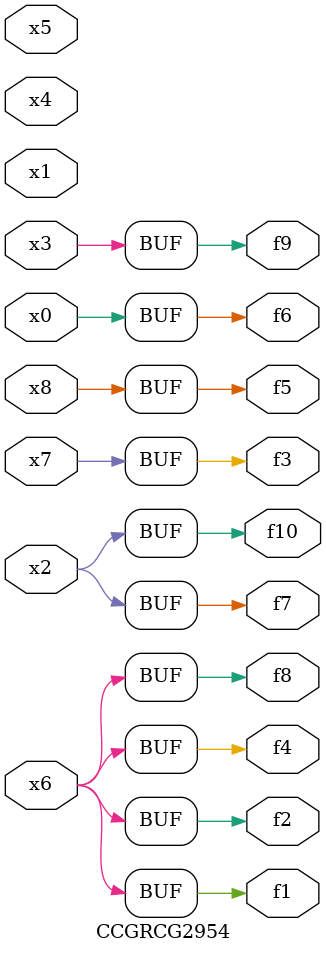
<source format=v>
module CCGRCG2954(
	input x0, x1, x2, x3, x4, x5, x6, x7, x8,
	output f1, f2, f3, f4, f5, f6, f7, f8, f9, f10
);
	assign f1 = x6;
	assign f2 = x6;
	assign f3 = x7;
	assign f4 = x6;
	assign f5 = x8;
	assign f6 = x0;
	assign f7 = x2;
	assign f8 = x6;
	assign f9 = x3;
	assign f10 = x2;
endmodule

</source>
